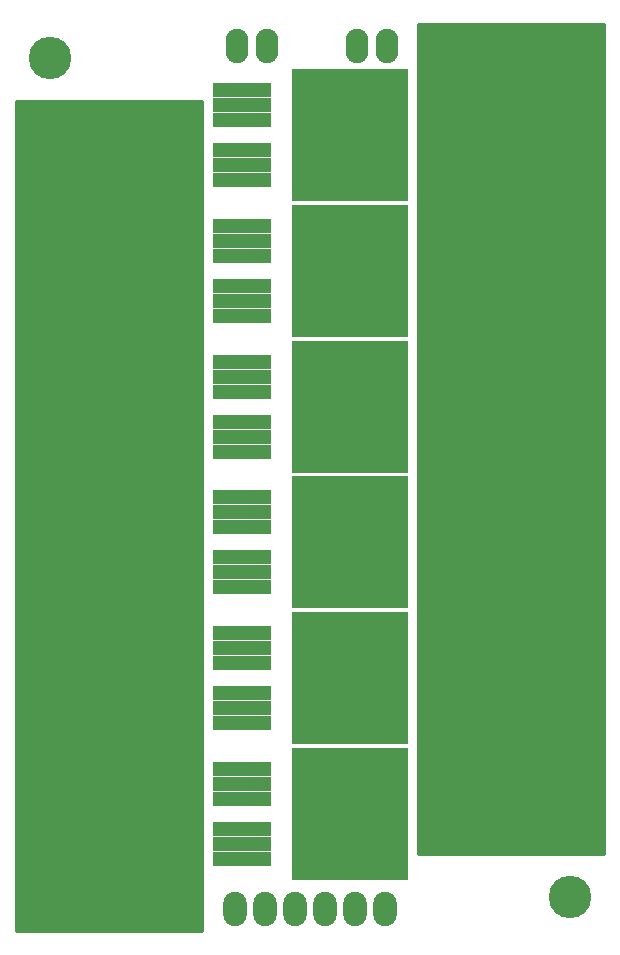
<source format=gbr>
G04 #@! TF.FileFunction,Soldermask,Top*
%FSLAX46Y46*%
G04 Gerber Fmt 4.6, Leading zero omitted, Abs format (unit mm)*
G04 Created by KiCad (PCBNEW 4.0.4-stable) date 08/18/21 08:28:06*
%MOMM*%
%LPD*%
G01*
G04 APERTURE LIST*
%ADD10C,0.100000*%
%ADD11R,5.000000X1.200000*%
%ADD12R,9.800000X11.200000*%
%ADD13C,3.600000*%
%ADD14O,1.920000X2.920000*%
%ADD15O,2.000000X2.900000*%
%ADD16C,0.254000*%
G04 APERTURE END LIST*
D10*
D11*
X154225000Y-70190000D03*
X154225000Y-71460000D03*
X154225000Y-72730000D03*
X154225000Y-75270000D03*
X154225000Y-76540000D03*
X154225000Y-77810000D03*
D12*
X163375000Y-74000000D03*
D13*
X182000000Y-127000000D03*
X143000000Y-125000000D03*
X138000000Y-56000000D03*
D14*
X153800000Y-55000000D03*
X156340000Y-55000000D03*
X164000000Y-55000000D03*
X166540000Y-55000000D03*
D11*
X154225000Y-116190000D03*
X154225000Y-117460000D03*
X154225000Y-118730000D03*
X154225000Y-121270000D03*
X154225000Y-122540000D03*
X154225000Y-123810000D03*
D12*
X163375000Y-120000000D03*
D11*
X154225000Y-104690000D03*
X154225000Y-105960000D03*
X154225000Y-107230000D03*
X154225000Y-109770000D03*
X154225000Y-111040000D03*
X154225000Y-112310000D03*
D12*
X163375000Y-108500000D03*
D11*
X154225000Y-93190000D03*
X154225000Y-94460000D03*
X154225000Y-95730000D03*
X154225000Y-98270000D03*
X154225000Y-99540000D03*
X154225000Y-100810000D03*
D12*
X163375000Y-97000000D03*
D11*
X154225000Y-81690000D03*
X154225000Y-82960000D03*
X154225000Y-84230000D03*
X154225000Y-86770000D03*
X154225000Y-88040000D03*
X154225000Y-89310000D03*
D12*
X163375000Y-85500000D03*
D11*
X154225000Y-58690000D03*
X154225000Y-59960000D03*
X154225000Y-61230000D03*
X154225000Y-63770000D03*
X154225000Y-65040000D03*
X154225000Y-66310000D03*
D12*
X163375000Y-62500000D03*
D15*
X153640000Y-128000000D03*
X156180000Y-128000000D03*
X158720000Y-128000000D03*
X161260000Y-128000000D03*
X163800000Y-128000000D03*
X166340000Y-128000000D03*
D13*
X143000000Y-105000000D03*
X143000000Y-65000000D03*
X177000000Y-58000000D03*
X177000000Y-78000000D03*
X177000000Y-118000000D03*
X143000000Y-85000000D03*
X177000000Y-98000000D03*
D16*
G36*
X150873000Y-129873000D02*
X135127000Y-129873000D01*
X135127000Y-59627000D01*
X150873000Y-59627000D01*
X150873000Y-129873000D01*
X150873000Y-129873000D01*
G37*
X150873000Y-129873000D02*
X135127000Y-129873000D01*
X135127000Y-59627000D01*
X150873000Y-59627000D01*
X150873000Y-129873000D01*
G36*
X184873000Y-123373000D02*
X169127000Y-123373000D01*
X169127000Y-53127000D01*
X184873000Y-53127000D01*
X184873000Y-123373000D01*
X184873000Y-123373000D01*
G37*
X184873000Y-123373000D02*
X169127000Y-123373000D01*
X169127000Y-53127000D01*
X184873000Y-53127000D01*
X184873000Y-123373000D01*
M02*

</source>
